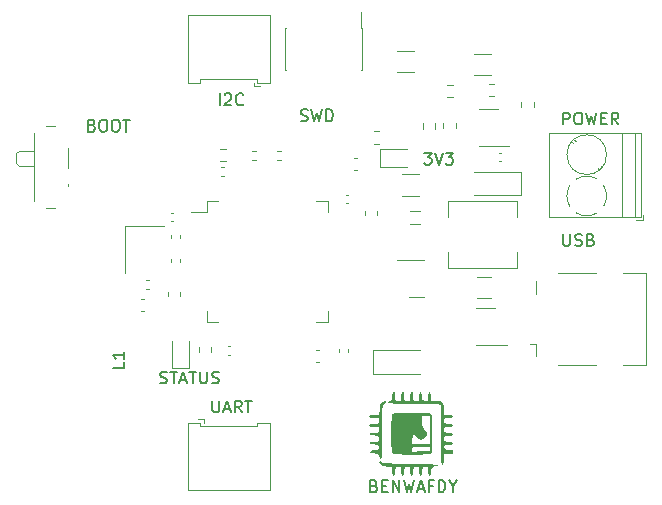
<source format=gbr>
%TF.GenerationSoftware,KiCad,Pcbnew,7.0.7*%
%TF.CreationDate,2023-10-16T17:07:58+03:00*%
%TF.ProjectId,custom_stm_design,63757374-6f6d-45f7-9374-6d5f64657369,rev?*%
%TF.SameCoordinates,Original*%
%TF.FileFunction,Legend,Top*%
%TF.FilePolarity,Positive*%
%FSLAX46Y46*%
G04 Gerber Fmt 4.6, Leading zero omitted, Abs format (unit mm)*
G04 Created by KiCad (PCBNEW 7.0.7) date 2023-10-16 17:07:58*
%MOMM*%
%LPD*%
G01*
G04 APERTURE LIST*
%ADD10C,0.150000*%
%ADD11C,0.120000*%
G04 APERTURE END LIST*
D10*
X109295112Y-108246009D02*
X109437969Y-108293628D01*
X109437969Y-108293628D02*
X109485588Y-108341247D01*
X109485588Y-108341247D02*
X109533207Y-108436485D01*
X109533207Y-108436485D02*
X109533207Y-108579342D01*
X109533207Y-108579342D02*
X109485588Y-108674580D01*
X109485588Y-108674580D02*
X109437969Y-108722200D01*
X109437969Y-108722200D02*
X109342731Y-108769819D01*
X109342731Y-108769819D02*
X108961779Y-108769819D01*
X108961779Y-108769819D02*
X108961779Y-107769819D01*
X108961779Y-107769819D02*
X109295112Y-107769819D01*
X109295112Y-107769819D02*
X109390350Y-107817438D01*
X109390350Y-107817438D02*
X109437969Y-107865057D01*
X109437969Y-107865057D02*
X109485588Y-107960295D01*
X109485588Y-107960295D02*
X109485588Y-108055533D01*
X109485588Y-108055533D02*
X109437969Y-108150771D01*
X109437969Y-108150771D02*
X109390350Y-108198390D01*
X109390350Y-108198390D02*
X109295112Y-108246009D01*
X109295112Y-108246009D02*
X108961779Y-108246009D01*
X109961779Y-108246009D02*
X110295112Y-108246009D01*
X110437969Y-108769819D02*
X109961779Y-108769819D01*
X109961779Y-108769819D02*
X109961779Y-107769819D01*
X109961779Y-107769819D02*
X110437969Y-107769819D01*
X110866541Y-108769819D02*
X110866541Y-107769819D01*
X110866541Y-107769819D02*
X111437969Y-108769819D01*
X111437969Y-108769819D02*
X111437969Y-107769819D01*
X111818922Y-107769819D02*
X112057017Y-108769819D01*
X112057017Y-108769819D02*
X112247493Y-108055533D01*
X112247493Y-108055533D02*
X112437969Y-108769819D01*
X112437969Y-108769819D02*
X112676065Y-107769819D01*
X113009398Y-108484104D02*
X113485588Y-108484104D01*
X112914160Y-108769819D02*
X113247493Y-107769819D01*
X113247493Y-107769819D02*
X113580826Y-108769819D01*
X114247493Y-108246009D02*
X113914160Y-108246009D01*
X113914160Y-108769819D02*
X113914160Y-107769819D01*
X113914160Y-107769819D02*
X114390350Y-107769819D01*
X114771303Y-108769819D02*
X114771303Y-107769819D01*
X114771303Y-107769819D02*
X115009398Y-107769819D01*
X115009398Y-107769819D02*
X115152255Y-107817438D01*
X115152255Y-107817438D02*
X115247493Y-107912676D01*
X115247493Y-107912676D02*
X115295112Y-108007914D01*
X115295112Y-108007914D02*
X115342731Y-108198390D01*
X115342731Y-108198390D02*
X115342731Y-108341247D01*
X115342731Y-108341247D02*
X115295112Y-108531723D01*
X115295112Y-108531723D02*
X115247493Y-108626961D01*
X115247493Y-108626961D02*
X115152255Y-108722200D01*
X115152255Y-108722200D02*
X115009398Y-108769819D01*
X115009398Y-108769819D02*
X114771303Y-108769819D01*
X115961779Y-108293628D02*
X115961779Y-108769819D01*
X115628446Y-107769819D02*
X115961779Y-108293628D01*
X115961779Y-108293628D02*
X116295112Y-107769819D01*
X91189160Y-99522200D02*
X91332017Y-99569819D01*
X91332017Y-99569819D02*
X91570112Y-99569819D01*
X91570112Y-99569819D02*
X91665350Y-99522200D01*
X91665350Y-99522200D02*
X91712969Y-99474580D01*
X91712969Y-99474580D02*
X91760588Y-99379342D01*
X91760588Y-99379342D02*
X91760588Y-99284104D01*
X91760588Y-99284104D02*
X91712969Y-99188866D01*
X91712969Y-99188866D02*
X91665350Y-99141247D01*
X91665350Y-99141247D02*
X91570112Y-99093628D01*
X91570112Y-99093628D02*
X91379636Y-99046009D01*
X91379636Y-99046009D02*
X91284398Y-98998390D01*
X91284398Y-98998390D02*
X91236779Y-98950771D01*
X91236779Y-98950771D02*
X91189160Y-98855533D01*
X91189160Y-98855533D02*
X91189160Y-98760295D01*
X91189160Y-98760295D02*
X91236779Y-98665057D01*
X91236779Y-98665057D02*
X91284398Y-98617438D01*
X91284398Y-98617438D02*
X91379636Y-98569819D01*
X91379636Y-98569819D02*
X91617731Y-98569819D01*
X91617731Y-98569819D02*
X91760588Y-98617438D01*
X92046303Y-98569819D02*
X92617731Y-98569819D01*
X92332017Y-99569819D02*
X92332017Y-98569819D01*
X92903446Y-99284104D02*
X93379636Y-99284104D01*
X92808208Y-99569819D02*
X93141541Y-98569819D01*
X93141541Y-98569819D02*
X93474874Y-99569819D01*
X93665351Y-98569819D02*
X94236779Y-98569819D01*
X93951065Y-99569819D02*
X93951065Y-98569819D01*
X94570113Y-98569819D02*
X94570113Y-99379342D01*
X94570113Y-99379342D02*
X94617732Y-99474580D01*
X94617732Y-99474580D02*
X94665351Y-99522200D01*
X94665351Y-99522200D02*
X94760589Y-99569819D01*
X94760589Y-99569819D02*
X94951065Y-99569819D01*
X94951065Y-99569819D02*
X95046303Y-99522200D01*
X95046303Y-99522200D02*
X95093922Y-99474580D01*
X95093922Y-99474580D02*
X95141541Y-99379342D01*
X95141541Y-99379342D02*
X95141541Y-98569819D01*
X95570113Y-99522200D02*
X95712970Y-99569819D01*
X95712970Y-99569819D02*
X95951065Y-99569819D01*
X95951065Y-99569819D02*
X96046303Y-99522200D01*
X96046303Y-99522200D02*
X96093922Y-99474580D01*
X96093922Y-99474580D02*
X96141541Y-99379342D01*
X96141541Y-99379342D02*
X96141541Y-99284104D01*
X96141541Y-99284104D02*
X96093922Y-99188866D01*
X96093922Y-99188866D02*
X96046303Y-99141247D01*
X96046303Y-99141247D02*
X95951065Y-99093628D01*
X95951065Y-99093628D02*
X95760589Y-99046009D01*
X95760589Y-99046009D02*
X95665351Y-98998390D01*
X95665351Y-98998390D02*
X95617732Y-98950771D01*
X95617732Y-98950771D02*
X95570113Y-98855533D01*
X95570113Y-98855533D02*
X95570113Y-98760295D01*
X95570113Y-98760295D02*
X95617732Y-98665057D01*
X95617732Y-98665057D02*
X95665351Y-98617438D01*
X95665351Y-98617438D02*
X95760589Y-98569819D01*
X95760589Y-98569819D02*
X95998684Y-98569819D01*
X95998684Y-98569819D02*
X96141541Y-98617438D01*
X113541541Y-80044819D02*
X114160588Y-80044819D01*
X114160588Y-80044819D02*
X113827255Y-80425771D01*
X113827255Y-80425771D02*
X113970112Y-80425771D01*
X113970112Y-80425771D02*
X114065350Y-80473390D01*
X114065350Y-80473390D02*
X114112969Y-80521009D01*
X114112969Y-80521009D02*
X114160588Y-80616247D01*
X114160588Y-80616247D02*
X114160588Y-80854342D01*
X114160588Y-80854342D02*
X114112969Y-80949580D01*
X114112969Y-80949580D02*
X114065350Y-80997200D01*
X114065350Y-80997200D02*
X113970112Y-81044819D01*
X113970112Y-81044819D02*
X113684398Y-81044819D01*
X113684398Y-81044819D02*
X113589160Y-80997200D01*
X113589160Y-80997200D02*
X113541541Y-80949580D01*
X114446303Y-80044819D02*
X114779636Y-81044819D01*
X114779636Y-81044819D02*
X115112969Y-80044819D01*
X115351065Y-80044819D02*
X115970112Y-80044819D01*
X115970112Y-80044819D02*
X115636779Y-80425771D01*
X115636779Y-80425771D02*
X115779636Y-80425771D01*
X115779636Y-80425771D02*
X115874874Y-80473390D01*
X115874874Y-80473390D02*
X115922493Y-80521009D01*
X115922493Y-80521009D02*
X115970112Y-80616247D01*
X115970112Y-80616247D02*
X115970112Y-80854342D01*
X115970112Y-80854342D02*
X115922493Y-80949580D01*
X115922493Y-80949580D02*
X115874874Y-80997200D01*
X115874874Y-80997200D02*
X115779636Y-81044819D01*
X115779636Y-81044819D02*
X115493922Y-81044819D01*
X115493922Y-81044819D02*
X115398684Y-80997200D01*
X115398684Y-80997200D02*
X115351065Y-80949580D01*
X103089160Y-77322200D02*
X103232017Y-77369819D01*
X103232017Y-77369819D02*
X103470112Y-77369819D01*
X103470112Y-77369819D02*
X103565350Y-77322200D01*
X103565350Y-77322200D02*
X103612969Y-77274580D01*
X103612969Y-77274580D02*
X103660588Y-77179342D01*
X103660588Y-77179342D02*
X103660588Y-77084104D01*
X103660588Y-77084104D02*
X103612969Y-76988866D01*
X103612969Y-76988866D02*
X103565350Y-76941247D01*
X103565350Y-76941247D02*
X103470112Y-76893628D01*
X103470112Y-76893628D02*
X103279636Y-76846009D01*
X103279636Y-76846009D02*
X103184398Y-76798390D01*
X103184398Y-76798390D02*
X103136779Y-76750771D01*
X103136779Y-76750771D02*
X103089160Y-76655533D01*
X103089160Y-76655533D02*
X103089160Y-76560295D01*
X103089160Y-76560295D02*
X103136779Y-76465057D01*
X103136779Y-76465057D02*
X103184398Y-76417438D01*
X103184398Y-76417438D02*
X103279636Y-76369819D01*
X103279636Y-76369819D02*
X103517731Y-76369819D01*
X103517731Y-76369819D02*
X103660588Y-76417438D01*
X103993922Y-76369819D02*
X104232017Y-77369819D01*
X104232017Y-77369819D02*
X104422493Y-76655533D01*
X104422493Y-76655533D02*
X104612969Y-77369819D01*
X104612969Y-77369819D02*
X104851065Y-76369819D01*
X105232017Y-77369819D02*
X105232017Y-76369819D01*
X105232017Y-76369819D02*
X105470112Y-76369819D01*
X105470112Y-76369819D02*
X105612969Y-76417438D01*
X105612969Y-76417438D02*
X105708207Y-76512676D01*
X105708207Y-76512676D02*
X105755826Y-76607914D01*
X105755826Y-76607914D02*
X105803445Y-76798390D01*
X105803445Y-76798390D02*
X105803445Y-76941247D01*
X105803445Y-76941247D02*
X105755826Y-77131723D01*
X105755826Y-77131723D02*
X105708207Y-77226961D01*
X105708207Y-77226961D02*
X105612969Y-77322200D01*
X105612969Y-77322200D02*
X105470112Y-77369819D01*
X105470112Y-77369819D02*
X105232017Y-77369819D01*
X85420112Y-77721009D02*
X85562969Y-77768628D01*
X85562969Y-77768628D02*
X85610588Y-77816247D01*
X85610588Y-77816247D02*
X85658207Y-77911485D01*
X85658207Y-77911485D02*
X85658207Y-78054342D01*
X85658207Y-78054342D02*
X85610588Y-78149580D01*
X85610588Y-78149580D02*
X85562969Y-78197200D01*
X85562969Y-78197200D02*
X85467731Y-78244819D01*
X85467731Y-78244819D02*
X85086779Y-78244819D01*
X85086779Y-78244819D02*
X85086779Y-77244819D01*
X85086779Y-77244819D02*
X85420112Y-77244819D01*
X85420112Y-77244819D02*
X85515350Y-77292438D01*
X85515350Y-77292438D02*
X85562969Y-77340057D01*
X85562969Y-77340057D02*
X85610588Y-77435295D01*
X85610588Y-77435295D02*
X85610588Y-77530533D01*
X85610588Y-77530533D02*
X85562969Y-77625771D01*
X85562969Y-77625771D02*
X85515350Y-77673390D01*
X85515350Y-77673390D02*
X85420112Y-77721009D01*
X85420112Y-77721009D02*
X85086779Y-77721009D01*
X86277255Y-77244819D02*
X86467731Y-77244819D01*
X86467731Y-77244819D02*
X86562969Y-77292438D01*
X86562969Y-77292438D02*
X86658207Y-77387676D01*
X86658207Y-77387676D02*
X86705826Y-77578152D01*
X86705826Y-77578152D02*
X86705826Y-77911485D01*
X86705826Y-77911485D02*
X86658207Y-78101961D01*
X86658207Y-78101961D02*
X86562969Y-78197200D01*
X86562969Y-78197200D02*
X86467731Y-78244819D01*
X86467731Y-78244819D02*
X86277255Y-78244819D01*
X86277255Y-78244819D02*
X86182017Y-78197200D01*
X86182017Y-78197200D02*
X86086779Y-78101961D01*
X86086779Y-78101961D02*
X86039160Y-77911485D01*
X86039160Y-77911485D02*
X86039160Y-77578152D01*
X86039160Y-77578152D02*
X86086779Y-77387676D01*
X86086779Y-77387676D02*
X86182017Y-77292438D01*
X86182017Y-77292438D02*
X86277255Y-77244819D01*
X87324874Y-77244819D02*
X87515350Y-77244819D01*
X87515350Y-77244819D02*
X87610588Y-77292438D01*
X87610588Y-77292438D02*
X87705826Y-77387676D01*
X87705826Y-77387676D02*
X87753445Y-77578152D01*
X87753445Y-77578152D02*
X87753445Y-77911485D01*
X87753445Y-77911485D02*
X87705826Y-78101961D01*
X87705826Y-78101961D02*
X87610588Y-78197200D01*
X87610588Y-78197200D02*
X87515350Y-78244819D01*
X87515350Y-78244819D02*
X87324874Y-78244819D01*
X87324874Y-78244819D02*
X87229636Y-78197200D01*
X87229636Y-78197200D02*
X87134398Y-78101961D01*
X87134398Y-78101961D02*
X87086779Y-77911485D01*
X87086779Y-77911485D02*
X87086779Y-77578152D01*
X87086779Y-77578152D02*
X87134398Y-77387676D01*
X87134398Y-77387676D02*
X87229636Y-77292438D01*
X87229636Y-77292438D02*
X87324874Y-77244819D01*
X88039160Y-77244819D02*
X88610588Y-77244819D01*
X88324874Y-78244819D02*
X88324874Y-77244819D01*
X125311779Y-77644819D02*
X125311779Y-76644819D01*
X125311779Y-76644819D02*
X125692731Y-76644819D01*
X125692731Y-76644819D02*
X125787969Y-76692438D01*
X125787969Y-76692438D02*
X125835588Y-76740057D01*
X125835588Y-76740057D02*
X125883207Y-76835295D01*
X125883207Y-76835295D02*
X125883207Y-76978152D01*
X125883207Y-76978152D02*
X125835588Y-77073390D01*
X125835588Y-77073390D02*
X125787969Y-77121009D01*
X125787969Y-77121009D02*
X125692731Y-77168628D01*
X125692731Y-77168628D02*
X125311779Y-77168628D01*
X126502255Y-76644819D02*
X126692731Y-76644819D01*
X126692731Y-76644819D02*
X126787969Y-76692438D01*
X126787969Y-76692438D02*
X126883207Y-76787676D01*
X126883207Y-76787676D02*
X126930826Y-76978152D01*
X126930826Y-76978152D02*
X126930826Y-77311485D01*
X126930826Y-77311485D02*
X126883207Y-77501961D01*
X126883207Y-77501961D02*
X126787969Y-77597200D01*
X126787969Y-77597200D02*
X126692731Y-77644819D01*
X126692731Y-77644819D02*
X126502255Y-77644819D01*
X126502255Y-77644819D02*
X126407017Y-77597200D01*
X126407017Y-77597200D02*
X126311779Y-77501961D01*
X126311779Y-77501961D02*
X126264160Y-77311485D01*
X126264160Y-77311485D02*
X126264160Y-76978152D01*
X126264160Y-76978152D02*
X126311779Y-76787676D01*
X126311779Y-76787676D02*
X126407017Y-76692438D01*
X126407017Y-76692438D02*
X126502255Y-76644819D01*
X127264160Y-76644819D02*
X127502255Y-77644819D01*
X127502255Y-77644819D02*
X127692731Y-76930533D01*
X127692731Y-76930533D02*
X127883207Y-77644819D01*
X127883207Y-77644819D02*
X128121303Y-76644819D01*
X128502255Y-77121009D02*
X128835588Y-77121009D01*
X128978445Y-77644819D02*
X128502255Y-77644819D01*
X128502255Y-77644819D02*
X128502255Y-76644819D01*
X128502255Y-76644819D02*
X128978445Y-76644819D01*
X129978445Y-77644819D02*
X129645112Y-77168628D01*
X129407017Y-77644819D02*
X129407017Y-76644819D01*
X129407017Y-76644819D02*
X129787969Y-76644819D01*
X129787969Y-76644819D02*
X129883207Y-76692438D01*
X129883207Y-76692438D02*
X129930826Y-76740057D01*
X129930826Y-76740057D02*
X129978445Y-76835295D01*
X129978445Y-76835295D02*
X129978445Y-76978152D01*
X129978445Y-76978152D02*
X129930826Y-77073390D01*
X129930826Y-77073390D02*
X129883207Y-77121009D01*
X129883207Y-77121009D02*
X129787969Y-77168628D01*
X129787969Y-77168628D02*
X129407017Y-77168628D01*
X125311779Y-86919819D02*
X125311779Y-87729342D01*
X125311779Y-87729342D02*
X125359398Y-87824580D01*
X125359398Y-87824580D02*
X125407017Y-87872200D01*
X125407017Y-87872200D02*
X125502255Y-87919819D01*
X125502255Y-87919819D02*
X125692731Y-87919819D01*
X125692731Y-87919819D02*
X125787969Y-87872200D01*
X125787969Y-87872200D02*
X125835588Y-87824580D01*
X125835588Y-87824580D02*
X125883207Y-87729342D01*
X125883207Y-87729342D02*
X125883207Y-86919819D01*
X126311779Y-87872200D02*
X126454636Y-87919819D01*
X126454636Y-87919819D02*
X126692731Y-87919819D01*
X126692731Y-87919819D02*
X126787969Y-87872200D01*
X126787969Y-87872200D02*
X126835588Y-87824580D01*
X126835588Y-87824580D02*
X126883207Y-87729342D01*
X126883207Y-87729342D02*
X126883207Y-87634104D01*
X126883207Y-87634104D02*
X126835588Y-87538866D01*
X126835588Y-87538866D02*
X126787969Y-87491247D01*
X126787969Y-87491247D02*
X126692731Y-87443628D01*
X126692731Y-87443628D02*
X126502255Y-87396009D01*
X126502255Y-87396009D02*
X126407017Y-87348390D01*
X126407017Y-87348390D02*
X126359398Y-87300771D01*
X126359398Y-87300771D02*
X126311779Y-87205533D01*
X126311779Y-87205533D02*
X126311779Y-87110295D01*
X126311779Y-87110295D02*
X126359398Y-87015057D01*
X126359398Y-87015057D02*
X126407017Y-86967438D01*
X126407017Y-86967438D02*
X126502255Y-86919819D01*
X126502255Y-86919819D02*
X126740350Y-86919819D01*
X126740350Y-86919819D02*
X126883207Y-86967438D01*
X127645112Y-87396009D02*
X127787969Y-87443628D01*
X127787969Y-87443628D02*
X127835588Y-87491247D01*
X127835588Y-87491247D02*
X127883207Y-87586485D01*
X127883207Y-87586485D02*
X127883207Y-87729342D01*
X127883207Y-87729342D02*
X127835588Y-87824580D01*
X127835588Y-87824580D02*
X127787969Y-87872200D01*
X127787969Y-87872200D02*
X127692731Y-87919819D01*
X127692731Y-87919819D02*
X127311779Y-87919819D01*
X127311779Y-87919819D02*
X127311779Y-86919819D01*
X127311779Y-86919819D02*
X127645112Y-86919819D01*
X127645112Y-86919819D02*
X127740350Y-86967438D01*
X127740350Y-86967438D02*
X127787969Y-87015057D01*
X127787969Y-87015057D02*
X127835588Y-87110295D01*
X127835588Y-87110295D02*
X127835588Y-87205533D01*
X127835588Y-87205533D02*
X127787969Y-87300771D01*
X127787969Y-87300771D02*
X127740350Y-87348390D01*
X127740350Y-87348390D02*
X127645112Y-87396009D01*
X127645112Y-87396009D02*
X127311779Y-87396009D01*
X95611779Y-101019819D02*
X95611779Y-101829342D01*
X95611779Y-101829342D02*
X95659398Y-101924580D01*
X95659398Y-101924580D02*
X95707017Y-101972200D01*
X95707017Y-101972200D02*
X95802255Y-102019819D01*
X95802255Y-102019819D02*
X95992731Y-102019819D01*
X95992731Y-102019819D02*
X96087969Y-101972200D01*
X96087969Y-101972200D02*
X96135588Y-101924580D01*
X96135588Y-101924580D02*
X96183207Y-101829342D01*
X96183207Y-101829342D02*
X96183207Y-101019819D01*
X96611779Y-101734104D02*
X97087969Y-101734104D01*
X96516541Y-102019819D02*
X96849874Y-101019819D01*
X96849874Y-101019819D02*
X97183207Y-102019819D01*
X98087969Y-102019819D02*
X97754636Y-101543628D01*
X97516541Y-102019819D02*
X97516541Y-101019819D01*
X97516541Y-101019819D02*
X97897493Y-101019819D01*
X97897493Y-101019819D02*
X97992731Y-101067438D01*
X97992731Y-101067438D02*
X98040350Y-101115057D01*
X98040350Y-101115057D02*
X98087969Y-101210295D01*
X98087969Y-101210295D02*
X98087969Y-101353152D01*
X98087969Y-101353152D02*
X98040350Y-101448390D01*
X98040350Y-101448390D02*
X97992731Y-101496009D01*
X97992731Y-101496009D02*
X97897493Y-101543628D01*
X97897493Y-101543628D02*
X97516541Y-101543628D01*
X98373684Y-101019819D02*
X98945112Y-101019819D01*
X98659398Y-102019819D02*
X98659398Y-101019819D01*
X96211779Y-76019819D02*
X96211779Y-75019819D01*
X96640350Y-75115057D02*
X96687969Y-75067438D01*
X96687969Y-75067438D02*
X96783207Y-75019819D01*
X96783207Y-75019819D02*
X97021302Y-75019819D01*
X97021302Y-75019819D02*
X97116540Y-75067438D01*
X97116540Y-75067438D02*
X97164159Y-75115057D01*
X97164159Y-75115057D02*
X97211778Y-75210295D01*
X97211778Y-75210295D02*
X97211778Y-75305533D01*
X97211778Y-75305533D02*
X97164159Y-75448390D01*
X97164159Y-75448390D02*
X96592731Y-76019819D01*
X96592731Y-76019819D02*
X97211778Y-76019819D01*
X98211778Y-75924580D02*
X98164159Y-75972200D01*
X98164159Y-75972200D02*
X98021302Y-76019819D01*
X98021302Y-76019819D02*
X97926064Y-76019819D01*
X97926064Y-76019819D02*
X97783207Y-75972200D01*
X97783207Y-75972200D02*
X97687969Y-75876961D01*
X97687969Y-75876961D02*
X97640350Y-75781723D01*
X97640350Y-75781723D02*
X97592731Y-75591247D01*
X97592731Y-75591247D02*
X97592731Y-75448390D01*
X97592731Y-75448390D02*
X97640350Y-75257914D01*
X97640350Y-75257914D02*
X97687969Y-75162676D01*
X97687969Y-75162676D02*
X97783207Y-75067438D01*
X97783207Y-75067438D02*
X97926064Y-75019819D01*
X97926064Y-75019819D02*
X98021302Y-75019819D01*
X98021302Y-75019819D02*
X98164159Y-75067438D01*
X98164159Y-75067438D02*
X98211778Y-75115057D01*
X88159819Y-97766666D02*
X88159819Y-98242856D01*
X88159819Y-98242856D02*
X87159819Y-98242856D01*
X88159819Y-96909523D02*
X88159819Y-97480951D01*
X88159819Y-97195237D02*
X87159819Y-97195237D01*
X87159819Y-97195237D02*
X87302676Y-97290475D01*
X87302676Y-97290475D02*
X87397914Y-97385713D01*
X87397914Y-97385713D02*
X87445533Y-97480951D01*
%TO.C,G\u002A\u002A\u002A*%
G36*
X109898683Y-106146906D02*
G01*
X109993551Y-106236656D01*
X110050509Y-106275466D01*
X110162021Y-106306397D01*
X110346434Y-106330590D01*
X110622095Y-106349187D01*
X111007350Y-106363329D01*
X111520546Y-106374158D01*
X112180029Y-106382816D01*
X112374657Y-106384822D01*
X113099549Y-106395088D01*
X113699582Y-106410075D01*
X114164802Y-106429318D01*
X114485255Y-106452352D01*
X114650987Y-106478714D01*
X114672572Y-106492000D01*
X114613840Y-106556327D01*
X114442411Y-106600563D01*
X114418500Y-106603197D01*
X114248292Y-106630700D01*
X114168377Y-106702664D01*
X114144712Y-106868844D01*
X114143334Y-107005364D01*
X114126249Y-107254536D01*
X114068315Y-107366836D01*
X114016334Y-107381000D01*
X113932626Y-107331138D01*
X113894497Y-107161597D01*
X113889334Y-107000000D01*
X113881970Y-106765717D01*
X113839457Y-106654753D01*
X113731158Y-106621153D01*
X113635334Y-106619000D01*
X113479145Y-106630044D01*
X113405169Y-106693814D01*
X113382769Y-106856263D01*
X113381334Y-107000000D01*
X113364713Y-107251122D01*
X113308199Y-107365508D01*
X113254334Y-107381000D01*
X113170626Y-107331138D01*
X113132497Y-107161597D01*
X113127334Y-107000000D01*
X113119970Y-106765717D01*
X113077457Y-106654753D01*
X112969158Y-106621153D01*
X112873334Y-106619000D01*
X112717145Y-106630044D01*
X112643169Y-106693814D01*
X112620769Y-106856263D01*
X112619334Y-107000000D01*
X112602713Y-107251122D01*
X112546199Y-107365508D01*
X112492334Y-107381000D01*
X112408626Y-107331138D01*
X112370497Y-107161597D01*
X112365334Y-107000000D01*
X112357970Y-106765717D01*
X112315457Y-106654753D01*
X112207158Y-106621153D01*
X112111334Y-106619000D01*
X111955145Y-106630044D01*
X111881169Y-106693814D01*
X111858769Y-106856263D01*
X111857334Y-107000000D01*
X111840713Y-107251122D01*
X111784199Y-107365508D01*
X111730334Y-107381000D01*
X111646626Y-107331138D01*
X111608497Y-107161597D01*
X111603334Y-107000000D01*
X111595970Y-106765717D01*
X111553457Y-106654753D01*
X111445158Y-106621153D01*
X111349334Y-106619000D01*
X111193145Y-106630044D01*
X111119169Y-106693814D01*
X111096769Y-106856263D01*
X111095334Y-107000000D01*
X111078713Y-107251122D01*
X111022199Y-107365508D01*
X110968334Y-107381000D01*
X110884626Y-107331138D01*
X110846497Y-107161597D01*
X110841334Y-107000000D01*
X110841334Y-106619000D01*
X110479172Y-106619000D01*
X110167222Y-106578596D01*
X109914381Y-106472484D01*
X109764004Y-106323312D01*
X109740667Y-106233199D01*
X109785906Y-106122686D01*
X109898683Y-106146906D01*
G37*
G36*
X112576041Y-100318861D02*
G01*
X112614170Y-100488402D01*
X112619334Y-100650000D01*
X112626697Y-100884282D01*
X112669210Y-100995246D01*
X112777509Y-101028846D01*
X112873334Y-101031000D01*
X113028497Y-101020286D01*
X113102675Y-100957774D01*
X113125684Y-100797911D01*
X113127334Y-100642944D01*
X113153282Y-100386703D01*
X113214918Y-100285250D01*
X113287929Y-100335023D01*
X113348001Y-100532463D01*
X113365035Y-100677747D01*
X113391924Y-100901360D01*
X113452934Y-101003068D01*
X113584990Y-101030276D01*
X113640202Y-101030999D01*
X113792421Y-101019863D01*
X113865194Y-100956106D01*
X113887746Y-100794203D01*
X113889334Y-100642944D01*
X113915282Y-100386703D01*
X113976918Y-100285250D01*
X114049929Y-100335023D01*
X114110001Y-100532463D01*
X114127035Y-100677747D01*
X114153070Y-101031000D01*
X114529202Y-101031000D01*
X114877887Y-101077134D01*
X115102654Y-101226445D01*
X115218853Y-101495297D01*
X115244000Y-101793000D01*
X115244000Y-102216333D01*
X115625000Y-102216333D01*
X115876122Y-102232953D01*
X115990508Y-102289467D01*
X116006000Y-102343333D01*
X115956138Y-102427040D01*
X115786597Y-102465169D01*
X115625000Y-102470333D01*
X115390717Y-102477696D01*
X115279753Y-102520209D01*
X115246154Y-102628509D01*
X115244000Y-102724333D01*
X115255045Y-102880521D01*
X115318815Y-102954497D01*
X115481264Y-102976897D01*
X115625000Y-102978333D01*
X115876122Y-102994953D01*
X115990508Y-103051467D01*
X116006000Y-103105333D01*
X115956138Y-103189040D01*
X115786597Y-103227169D01*
X115625000Y-103232333D01*
X115390717Y-103239696D01*
X115279753Y-103282209D01*
X115246154Y-103390509D01*
X115244000Y-103486333D01*
X115255045Y-103642521D01*
X115318815Y-103716497D01*
X115481264Y-103738897D01*
X115625000Y-103740333D01*
X115876122Y-103756953D01*
X115990508Y-103813467D01*
X116006000Y-103867333D01*
X115956138Y-103951040D01*
X115786597Y-103989169D01*
X115625000Y-103994333D01*
X115390717Y-104001696D01*
X115279753Y-104044209D01*
X115246154Y-104152509D01*
X115244000Y-104248333D01*
X115255045Y-104404521D01*
X115318815Y-104478497D01*
X115481264Y-104500897D01*
X115625000Y-104502333D01*
X115876122Y-104518953D01*
X115990508Y-104575467D01*
X116006000Y-104629333D01*
X115956138Y-104713040D01*
X115786597Y-104751169D01*
X115625000Y-104756333D01*
X115389893Y-104765106D01*
X115278502Y-104808229D01*
X115245455Y-104910908D01*
X115244000Y-104968000D01*
X115259792Y-105098615D01*
X115337414Y-105160499D01*
X115522236Y-105178858D01*
X115625000Y-105179666D01*
X115863095Y-105190746D01*
X115975683Y-105236751D01*
X116005855Y-105336835D01*
X116006000Y-105349000D01*
X115981071Y-105454819D01*
X115877558Y-105504859D01*
X115652371Y-105518268D01*
X115625000Y-105518333D01*
X115244000Y-105518333D01*
X115244000Y-105850075D01*
X115217289Y-106205394D01*
X115137838Y-106404612D01*
X115044442Y-106449732D01*
X115015124Y-106399635D01*
X114993007Y-106241777D01*
X114977774Y-105964875D01*
X114969106Y-105557648D01*
X114966684Y-105008812D01*
X114970191Y-104307085D01*
X114973615Y-103938850D01*
X114979919Y-103190416D01*
X114981321Y-102595354D01*
X114977300Y-102137759D01*
X114967333Y-101801724D01*
X114950899Y-101571346D01*
X114927475Y-101430719D01*
X114896542Y-101363938D01*
X114888948Y-101357748D01*
X114776865Y-101338507D01*
X114519592Y-101321179D01*
X114141268Y-101306530D01*
X113666034Y-101295328D01*
X113118028Y-101288339D01*
X112640500Y-101286296D01*
X111975614Y-101284753D01*
X111461541Y-101280289D01*
X111079773Y-101271792D01*
X110811801Y-101258153D01*
X110639113Y-101238260D01*
X110543202Y-101211003D01*
X110505557Y-101175270D01*
X110502667Y-101158000D01*
X110573253Y-101054571D01*
X110672000Y-101031000D01*
X110777820Y-101006071D01*
X110827859Y-100902558D01*
X110841269Y-100677370D01*
X110841334Y-100650000D01*
X110857954Y-100398877D01*
X110914468Y-100284491D01*
X110968334Y-100269000D01*
X111052041Y-100318861D01*
X111090170Y-100488402D01*
X111095334Y-100650000D01*
X111102697Y-100884282D01*
X111145210Y-100995246D01*
X111253509Y-101028846D01*
X111349334Y-101031000D01*
X111505522Y-101019955D01*
X111579498Y-100956185D01*
X111601898Y-100793736D01*
X111603334Y-100650000D01*
X111619954Y-100398877D01*
X111676468Y-100284491D01*
X111730334Y-100269000D01*
X111814041Y-100318861D01*
X111852170Y-100488402D01*
X111857334Y-100650000D01*
X111864697Y-100884282D01*
X111907210Y-100995246D01*
X112015509Y-101028846D01*
X112111334Y-101031000D01*
X112267522Y-101019955D01*
X112341498Y-100956185D01*
X112363898Y-100793736D01*
X112365334Y-100650000D01*
X112381954Y-100398877D01*
X112438468Y-100284491D01*
X112492334Y-100269000D01*
X112576041Y-100318861D01*
G37*
G36*
X110306820Y-101070460D02*
G01*
X110300531Y-101156323D01*
X110185167Y-101262248D01*
X110126793Y-101305338D01*
X110081758Y-101360119D01*
X110048330Y-101447203D01*
X110024781Y-101587202D01*
X110009380Y-101800727D01*
X110000398Y-102108392D01*
X109996103Y-102530808D01*
X109994768Y-103088588D01*
X109994667Y-103532068D01*
X109992699Y-104123248D01*
X109987162Y-104662551D01*
X109978610Y-105125525D01*
X109967594Y-105487714D01*
X109954667Y-105724666D01*
X109943275Y-105807741D01*
X109855776Y-105931378D01*
X109775602Y-105902148D01*
X109740667Y-105734638D01*
X109723133Y-105607838D01*
X109641231Y-105541452D01*
X109451014Y-105510038D01*
X109338500Y-105501805D01*
X109073035Y-105466640D01*
X108951085Y-105399313D01*
X108936334Y-105349000D01*
X108993750Y-105261484D01*
X109182170Y-105210883D01*
X109338500Y-105196194D01*
X109582907Y-105171256D01*
X109701772Y-105121174D01*
X109738886Y-105021098D01*
X109740667Y-104968000D01*
X109721868Y-104842989D01*
X109636081Y-104777692D01*
X109439218Y-104746674D01*
X109345118Y-104739805D01*
X109057570Y-104697491D01*
X108918858Y-104631727D01*
X108932081Y-104563636D01*
X109100338Y-104514343D01*
X109310278Y-104502333D01*
X109563557Y-104496905D01*
X109690834Y-104463889D01*
X109735424Y-104378192D01*
X109740667Y-104252972D01*
X109728415Y-104100735D01*
X109661663Y-104023280D01*
X109495415Y-103989307D01*
X109345118Y-103977805D01*
X109057570Y-103935491D01*
X108918858Y-103869727D01*
X108932081Y-103801636D01*
X109100338Y-103752343D01*
X109310278Y-103740333D01*
X109563530Y-103735028D01*
X109690790Y-103702066D01*
X109735387Y-103615877D01*
X109740667Y-103486333D01*
X109731418Y-103335971D01*
X109674551Y-103260991D01*
X109526386Y-103235185D01*
X109317334Y-103232333D01*
X109051115Y-103218737D01*
X108921089Y-103171665D01*
X108894000Y-103105333D01*
X108939320Y-103025467D01*
X109096227Y-102986460D01*
X109317334Y-102978333D01*
X109567936Y-102972784D01*
X109692903Y-102938663D01*
X109735913Y-102849764D01*
X109740667Y-102724333D01*
X109731418Y-102573971D01*
X109674551Y-102498991D01*
X109526386Y-102473185D01*
X109317334Y-102470333D01*
X109051115Y-102456737D01*
X108921089Y-102409665D01*
X108894000Y-102343333D01*
X108939720Y-102263112D01*
X109097769Y-102224167D01*
X109313108Y-102216333D01*
X109732216Y-102216333D01*
X109757608Y-101732317D01*
X109782376Y-101446249D01*
X109833401Y-101276299D01*
X109932711Y-101169304D01*
X110011033Y-101120738D01*
X110200337Y-101050486D01*
X110306820Y-101070460D01*
G37*
G36*
X112945721Y-102045401D02*
G01*
X113374385Y-102058033D01*
X113736248Y-102079189D01*
X113997607Y-102108868D01*
X114124758Y-102147071D01*
X114126400Y-102148599D01*
X114166524Y-102253384D01*
X114196016Y-102484138D01*
X114215573Y-102852478D01*
X114225895Y-103370021D01*
X114228000Y-103838954D01*
X114226948Y-104396414D01*
X114222245Y-104808312D01*
X114211569Y-105098413D01*
X114192598Y-105290484D01*
X114163010Y-105408290D01*
X114120485Y-105475597D01*
X114064233Y-105515354D01*
X113915187Y-105550331D01*
X113637684Y-105576649D01*
X113265561Y-105594454D01*
X112832655Y-105603894D01*
X112372805Y-105605115D01*
X111919849Y-105598267D01*
X111507623Y-105583495D01*
X111169965Y-105560946D01*
X110940713Y-105530769D01*
X110858267Y-105501400D01*
X110820217Y-105380178D01*
X110817371Y-105355592D01*
X112534667Y-105355592D01*
X113275500Y-105331129D01*
X113631793Y-105316433D01*
X113852912Y-105294717D01*
X113972997Y-105256425D01*
X114026190Y-105191999D01*
X114043389Y-105116166D01*
X114048438Y-105026263D01*
X114011644Y-104970295D01*
X113901768Y-104940229D01*
X113687573Y-104928031D01*
X113337821Y-104925671D01*
X113302555Y-104925666D01*
X112940173Y-104927246D01*
X112714660Y-104938045D01*
X112593556Y-104967150D01*
X112544397Y-105023649D01*
X112534721Y-105116630D01*
X112534667Y-105140629D01*
X112534667Y-105355592D01*
X110817371Y-105355592D01*
X110790455Y-105123043D01*
X110768978Y-104763211D01*
X110766166Y-104671666D01*
X112534667Y-104671666D01*
X113299056Y-104671666D01*
X114063445Y-104671666D01*
X114039889Y-103507500D01*
X114016334Y-102343333D01*
X113698834Y-102317055D01*
X113381334Y-102290778D01*
X113381334Y-102807950D01*
X113390345Y-103108957D01*
X113429812Y-103298819D01*
X113518384Y-103435310D01*
X113612444Y-103523914D01*
X113763347Y-103677687D01*
X113797700Y-103815316D01*
X113759102Y-103962845D01*
X113605272Y-104186277D01*
X113443710Y-104284200D01*
X113271596Y-104319503D01*
X113124051Y-104264123D01*
X112965265Y-104128293D01*
X112759334Y-103971564D01*
X112622878Y-103967836D01*
X112550382Y-104119796D01*
X112534667Y-104337996D01*
X112534667Y-104671666D01*
X110766166Y-104671666D01*
X110755789Y-104333901D01*
X110750886Y-103868329D01*
X110754270Y-103399712D01*
X110765940Y-102961268D01*
X110785897Y-102586214D01*
X110814141Y-102307766D01*
X110850671Y-102159142D01*
X110858267Y-102148599D01*
X110979979Y-102110091D01*
X111237108Y-102080106D01*
X111595949Y-102058644D01*
X112022800Y-102045706D01*
X112483959Y-102041292D01*
X112945721Y-102045401D01*
G37*
D11*
%TO.C,J2*%
X108235000Y-69485000D02*
X108170000Y-69485000D01*
X108170000Y-68160000D02*
X108170000Y-69485000D01*
X101830000Y-73015000D02*
X101765000Y-73015000D01*
X108235000Y-73015000D02*
X108170000Y-73015000D01*
X108235000Y-69485000D02*
X108235000Y-73015000D01*
X101765000Y-69485000D02*
X101765000Y-73015000D01*
X101830000Y-69485000D02*
X101765000Y-69485000D01*
%TO.C,F1*%
X119202064Y-92360000D02*
X117997936Y-92360000D01*
X119202064Y-90540000D02*
X117997936Y-90540000D01*
%TO.C,D2*%
X109190000Y-96750000D02*
X109190000Y-98750000D01*
X109190000Y-96750000D02*
X113200000Y-96750000D01*
X109190000Y-98750000D02*
X113200000Y-98750000D01*
%TO.C,R5*%
X101096359Y-79870000D02*
X101403641Y-79870000D01*
X101096359Y-80630000D02*
X101403641Y-80630000D01*
%TO.C,C7*%
X106340000Y-96907836D02*
X106340000Y-96692164D01*
X107060000Y-96907836D02*
X107060000Y-96692164D01*
%TO.C,C1*%
X92860000Y-87042164D02*
X92860000Y-87257836D01*
X92140000Y-87042164D02*
X92140000Y-87257836D01*
%TO.C,D1*%
X92165000Y-98235000D02*
X93635000Y-98235000D01*
X93635000Y-98235000D02*
X93635000Y-95950000D01*
X92165000Y-95950000D02*
X92165000Y-98235000D01*
%TO.C,C13*%
X111638748Y-81840000D02*
X113061252Y-81840000D01*
X111638748Y-83660000D02*
X113061252Y-83660000D01*
%TO.C,D4*%
X109765000Y-79765000D02*
X109765000Y-81235000D01*
X109765000Y-81235000D02*
X112050000Y-81235000D01*
X112050000Y-79765000D02*
X109765000Y-79765000D01*
%TO.C,C8*%
X92092164Y-85140000D02*
X92307836Y-85140000D01*
X92092164Y-85860000D02*
X92307836Y-85860000D01*
%TO.C,C15*%
X111263748Y-73235000D02*
X112686252Y-73235000D01*
X111263748Y-71415000D02*
X112686252Y-71415000D01*
%TO.C,L2*%
X121435000Y-89835000D02*
X121435000Y-88485000D01*
X121435000Y-89835000D02*
X115515000Y-89835000D01*
X121435000Y-84115000D02*
X121435000Y-85465000D01*
X121435000Y-84115000D02*
X115515000Y-84115000D01*
X115515000Y-89835000D02*
X115515000Y-88485000D01*
X115515000Y-84115000D02*
X115515000Y-85465000D01*
%TO.C,C12*%
X89559420Y-92390000D02*
X89840580Y-92390000D01*
X89559420Y-93410000D02*
X89840580Y-93410000D01*
%TO.C,R1*%
X92120000Y-89303641D02*
X92120000Y-88996359D01*
X92880000Y-89303641D02*
X92880000Y-88996359D01*
%TO.C,J5*%
X93515000Y-102890000D02*
X93515000Y-108610000D01*
X93515000Y-108610000D02*
X97000000Y-108610000D01*
X94585000Y-102890000D02*
X93515000Y-102890000D01*
X94585000Y-103190000D02*
X94585000Y-102890000D01*
X94875000Y-102600000D02*
X94375000Y-102600000D01*
X94875000Y-102900000D02*
X94875000Y-102600000D01*
X97000000Y-103190000D02*
X94585000Y-103190000D01*
X97000000Y-103190000D02*
X99415000Y-103190000D01*
X99415000Y-102890000D02*
X100485000Y-102890000D01*
X99415000Y-103190000D02*
X99415000Y-102890000D01*
X100485000Y-102890000D02*
X100485000Y-108610000D01*
X100485000Y-108610000D02*
X97000000Y-108610000D01*
%TO.C,U3*%
X118750000Y-96310000D02*
X120550000Y-96310000D01*
X118750000Y-96310000D02*
X117950000Y-96310000D01*
X118750000Y-93190000D02*
X119550000Y-93190000D01*
X118750000Y-93190000D02*
X117950000Y-93190000D01*
%TO.C,R4*%
X98996359Y-79870000D02*
X99303641Y-79870000D01*
X98996359Y-80630000D02*
X99303641Y-80630000D01*
%TO.C,U1*%
X95140000Y-84140000D02*
X95140000Y-85090000D01*
X95140000Y-85090000D02*
X93800000Y-85090000D01*
X95140000Y-94360000D02*
X95140000Y-93410000D01*
X96090000Y-84140000D02*
X95140000Y-84140000D01*
X96090000Y-94360000D02*
X95140000Y-94360000D01*
X104410000Y-84140000D02*
X105360000Y-84140000D01*
X104410000Y-94360000D02*
X105360000Y-94360000D01*
X105360000Y-84140000D02*
X105360000Y-85090000D01*
X105360000Y-94360000D02*
X105360000Y-93410000D01*
%TO.C,R9*%
X109262742Y-78227500D02*
X109737258Y-78227500D01*
X109262742Y-79272500D02*
X109737258Y-79272500D01*
%TO.C,R11*%
X113427500Y-77987258D02*
X113427500Y-77512742D01*
X114472500Y-77987258D02*
X114472500Y-77512742D01*
%TO.C,SW1*%
X82320000Y-77800000D02*
X81530000Y-77800000D01*
X80520000Y-78400000D02*
X80520000Y-84100000D01*
X83370000Y-79650000D02*
X83370000Y-81350000D01*
X80520000Y-79850000D02*
X79230000Y-79850000D01*
X79230000Y-79850000D02*
X79020000Y-80050000D01*
X79020000Y-80050000D02*
X79020000Y-80950000D01*
X79230000Y-81150000D02*
X79020000Y-80950000D01*
X79230000Y-81150000D02*
X80520000Y-81150000D01*
X83370000Y-82650000D02*
X83370000Y-82850000D01*
X81530000Y-84700000D02*
X82320000Y-84700000D01*
%TO.C,C5*%
X96582836Y-81985000D02*
X96367164Y-81985000D01*
X96582836Y-81265000D02*
X96367164Y-81265000D01*
%TO.C,J4*%
X128115000Y-98010000D02*
X124885000Y-98010000D01*
X132285000Y-98010000D02*
X130335000Y-98010000D01*
X122965000Y-97290000D02*
X122965000Y-96210000D01*
X122965000Y-96210000D02*
X122535000Y-96210000D01*
X122965000Y-91990000D02*
X122965000Y-90910000D01*
X128115000Y-90190000D02*
X124885000Y-90190000D01*
X132285000Y-90190000D02*
X132285000Y-98010000D01*
X132285000Y-90190000D02*
X130335000Y-90190000D01*
%TO.C,C10*%
X104640580Y-97760000D02*
X104359420Y-97760000D01*
X104640580Y-96740000D02*
X104359420Y-96740000D01*
%TO.C,C9*%
X109510000Y-85009420D02*
X109510000Y-85290580D01*
X108490000Y-85009420D02*
X108490000Y-85290580D01*
%TO.C,R10*%
X116197500Y-77487742D02*
X116197500Y-77962258D01*
X115152500Y-77487742D02*
X115152500Y-77962258D01*
%TO.C,R8*%
X115512742Y-74277500D02*
X115987258Y-74277500D01*
X115512742Y-75322500D02*
X115987258Y-75322500D01*
%TO.C,C3*%
X107890580Y-81510000D02*
X107609420Y-81510000D01*
X107890580Y-80490000D02*
X107609420Y-80490000D01*
%TO.C,Q1*%
X112875000Y-89115000D02*
X111200000Y-89115000D01*
X112875000Y-89115000D02*
X113525000Y-89115000D01*
X112875000Y-92235000D02*
X112225000Y-92235000D01*
X112875000Y-92235000D02*
X113525000Y-92235000D01*
%TO.C,C4*%
X96892164Y-96440000D02*
X97107836Y-96440000D01*
X96892164Y-97160000D02*
X97107836Y-97160000D01*
%TO.C,R7*%
X119012742Y-74227500D02*
X119487258Y-74227500D01*
X119012742Y-75272500D02*
X119487258Y-75272500D01*
%TO.C,C6*%
X107107836Y-84310000D02*
X106892164Y-84310000D01*
X107107836Y-83590000D02*
X106892164Y-83590000D01*
%TO.C,J1*%
X131460000Y-85750000D02*
X132100000Y-85750000D01*
X132100000Y-85750000D02*
X132100000Y-85350000D01*
X124140000Y-85510000D02*
X131860000Y-85510000D01*
X124140000Y-85510000D02*
X124140000Y-78390000D01*
X130300000Y-85510000D02*
X130300000Y-78390000D01*
X131400000Y-85510000D02*
X131400000Y-78390000D01*
X131860000Y-85510000D02*
X131860000Y-78390000D01*
X128241000Y-81345000D02*
X128369000Y-81474000D01*
X128481000Y-81175000D02*
X128574000Y-81269000D01*
X126025000Y-79130000D02*
X126119000Y-79224000D01*
X126231000Y-78925000D02*
X126359000Y-79054000D01*
X124140000Y-78390000D02*
X131860000Y-78390000D01*
X126434000Y-85140000D02*
G75*
G03*
X128189894Y-85125358I866000J1439998D01*
G01*
X125860000Y-82834000D02*
G75*
G03*
X125874642Y-84589894I1439998J-866000D01*
G01*
X128740000Y-84566000D02*
G75*
G03*
X128980098Y-83671326I-1440014J866003D01*
G01*
X128979999Y-83700000D02*
G75*
G03*
X128724720Y-82809736I-1679989J3D01*
G01*
X128190999Y-82275001D02*
G75*
G03*
X126409808Y-82274497I-890999J-1425002D01*
G01*
X128980000Y-80200000D02*
G75*
G03*
X128980000Y-80200000I-1680000J0D01*
G01*
%TO.C,R2*%
X95522500Y-96462742D02*
X95522500Y-96937258D01*
X94477500Y-96462742D02*
X94477500Y-96937258D01*
%TO.C,C16*%
X120057836Y-80760000D02*
X119842164Y-80760000D01*
X120057836Y-80040000D02*
X119842164Y-80040000D01*
%TO.C,C11*%
X92860000Y-91859420D02*
X92860000Y-92140580D01*
X91840000Y-91859420D02*
X91840000Y-92140580D01*
%TO.C,J3*%
X100485000Y-74110000D02*
X100485000Y-68390000D01*
X100485000Y-68390000D02*
X97000000Y-68390000D01*
X99415000Y-74110000D02*
X100485000Y-74110000D01*
X99415000Y-73810000D02*
X99415000Y-74110000D01*
X99125000Y-74400000D02*
X99625000Y-74400000D01*
X99125000Y-74100000D02*
X99125000Y-74400000D01*
X97000000Y-73810000D02*
X99415000Y-73810000D01*
X97000000Y-73810000D02*
X94585000Y-73810000D01*
X94585000Y-74110000D02*
X93515000Y-74110000D01*
X94585000Y-73810000D02*
X94585000Y-74110000D01*
X93515000Y-74110000D02*
X93515000Y-68390000D01*
X93515000Y-68390000D02*
X97000000Y-68390000D01*
%TO.C,FB1*%
X112350378Y-84940000D02*
X113149622Y-84940000D01*
X112350378Y-86060000D02*
X113149622Y-86060000D01*
%TO.C,C14*%
X117788748Y-73460000D02*
X119211252Y-73460000D01*
X117788748Y-71640000D02*
X119211252Y-71640000D01*
%TO.C,R6*%
X121777500Y-76187258D02*
X121777500Y-75712742D01*
X122822500Y-76187258D02*
X122822500Y-75712742D01*
%TO.C,Y1*%
X91550000Y-86250000D02*
X88250000Y-86250000D01*
X88250000Y-86250000D02*
X88250000Y-90250000D01*
%TO.C,U2*%
X118950000Y-79460000D02*
X120750000Y-79460000D01*
X118950000Y-79460000D02*
X118150000Y-79460000D01*
X118950000Y-76340000D02*
X119750000Y-76340000D01*
X118950000Y-76340000D02*
X118150000Y-76340000D01*
%TO.C,C2*%
X89992164Y-90840000D02*
X90207836Y-90840000D01*
X89992164Y-91560000D02*
X90207836Y-91560000D01*
%TO.C,R3*%
X96262742Y-79727500D02*
X96737258Y-79727500D01*
X96262742Y-80772500D02*
X96737258Y-80772500D01*
%TO.C,D3*%
X121760000Y-83650000D02*
X121760000Y-81650000D01*
X121760000Y-83650000D02*
X117750000Y-83650000D01*
X121760000Y-81650000D02*
X117750000Y-81650000D01*
%TD*%
M02*

</source>
